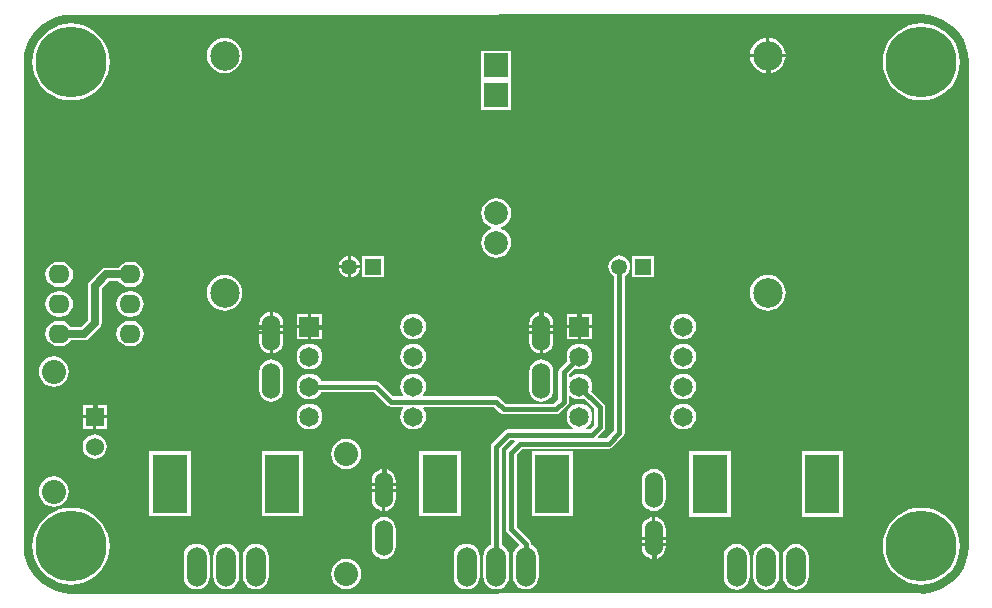
<source format=gtl>
G04 Layer_Physical_Order=1*
G04 Layer_Color=25308*
%FSAX43Y43*%
%MOMM*%
G71*
G01*
G75*
%ADD10C,0.381*%
%ADD11C,0.635*%
%ADD12C,2.000*%
%ADD13R,2.000X2.000*%
%ADD14C,1.350*%
%ADD15R,1.350X1.350*%
%ADD16C,6.000*%
%ADD17O,1.524X3.048*%
%ADD18C,1.524*%
%ADD19C,1.651*%
%ADD20R,1.651X1.651*%
%ADD21C,2.032*%
%ADD22C,2.500*%
%ADD23R,1.524X1.524*%
%ADD24R,3.000X5.000*%
%ADD25O,1.676X3.353*%
%ADD26R,2.000X2.000*%
%ADD27O,1.800X1.600*%
G36*
X0219313Y0251064D02*
X0219925Y0250917D01*
X0220507Y0250676D01*
X0221043Y0250347D01*
X0221522Y0249938D01*
X0221931Y0249459D01*
X0222260Y0248923D01*
X0222501Y0248341D01*
X0222648Y0247729D01*
X0222696Y0247113D01*
X0222685Y0247101D01*
X0222685D01*
Y0206101D01*
X0222685D01*
X0222696Y0206089D01*
X0222648Y0205473D01*
X0222501Y0204861D01*
X0222260Y0204279D01*
X0221931Y0203743D01*
X0221522Y0203264D01*
X0221043Y0202855D01*
X0220507Y0202526D01*
X0219925Y0202285D01*
X0219313Y0202138D01*
X0218697Y0202090D01*
X0218685Y0202101D01*
Y0202101D01*
X0146685Y0202089D01*
X0146057Y0202138D01*
X0145445Y0202285D01*
X0144863Y0202526D01*
X0144327Y0202855D01*
X0143848Y0203264D01*
X0143439Y0203743D01*
X0143110Y0204279D01*
X0142869Y0204861D01*
X0142722Y0205473D01*
X0142683Y0205975D01*
X0142685Y0206101D01*
X0142685Y0206101D01*
X0142685Y0206228D01*
X0142673Y0247101D01*
X0142722Y0247729D01*
X0142869Y0248341D01*
X0143110Y0248923D01*
X0143439Y0249459D01*
X0143848Y0249938D01*
X0144327Y0250347D01*
X0144863Y0250676D01*
X0145445Y0250917D01*
X0146057Y0251064D01*
X0146673Y0251112D01*
X0146685Y0251101D01*
Y0251101D01*
X0218685Y0251113D01*
X0219313Y0251064D01*
D02*
G37*
%LPC*%
G36*
X0173287Y0212623D02*
Y0211488D01*
X0174185D01*
Y0211615D01*
X0174150Y0211880D01*
X0174047Y0212127D01*
X0173885Y0212339D01*
X0173672Y0212502D01*
X0173425Y0212605D01*
X0173287Y0212623D01*
D02*
G37*
G36*
X0173033D02*
X0172895Y0212605D01*
X0172648Y0212502D01*
X0172435Y0212339D01*
X0172273Y0212127D01*
X0172170Y0211880D01*
X0172135Y0211615D01*
Y0211488D01*
X0173033D01*
Y0212623D01*
D02*
G37*
G36*
X0169985Y0215182D02*
X0169653Y0215138D01*
X0169345Y0215010D01*
X0169079Y0214807D01*
X0168876Y0214541D01*
X0168748Y0214233D01*
X0168704Y0213901D01*
X0168748Y0213569D01*
X0168876Y0213261D01*
X0169079Y0212995D01*
X0169345Y0212792D01*
X0169653Y0212664D01*
X0169985Y0212620D01*
X0170317Y0212664D01*
X0170625Y0212792D01*
X0170891Y0212995D01*
X0171094Y0213261D01*
X0171222Y0213569D01*
X0171266Y0213901D01*
X0171222Y0214233D01*
X0171094Y0214541D01*
X0170891Y0214807D01*
X0170625Y0215010D01*
X0170317Y0215138D01*
X0169985Y0215182D01*
D02*
G37*
G36*
X0166874Y0218165D02*
X0166592Y0218128D01*
X0166329Y0218019D01*
X0166104Y0217846D01*
X0165931Y0217620D01*
X0165822Y0217358D01*
X0165785Y0217076D01*
X0165822Y0216794D01*
X0165931Y0216532D01*
X0166104Y0216306D01*
X0166329Y0216133D01*
X0166592Y0216024D01*
X0166874Y0215987D01*
X0167155Y0216024D01*
X0167418Y0216133D01*
X0167643Y0216306D01*
X0167816Y0216532D01*
X0167925Y0216794D01*
X0167962Y0217076D01*
X0167925Y0217358D01*
X0167816Y0217620D01*
X0167643Y0217846D01*
X0167418Y0218019D01*
X0167155Y0218128D01*
X0166874Y0218165D01*
D02*
G37*
G36*
X0148685Y0215561D02*
X0148420Y0215526D01*
X0148173Y0215423D01*
X0147960Y0215261D01*
X0147798Y0215048D01*
X0147695Y0214801D01*
X0147660Y0214536D01*
X0147695Y0214271D01*
X0147798Y0214024D01*
X0147960Y0213811D01*
X0148173Y0213649D01*
X0148420Y0213546D01*
X0148685Y0213511D01*
X0148950Y0213546D01*
X0149197Y0213649D01*
X0149410Y0213811D01*
X0149572Y0214024D01*
X0149675Y0214271D01*
X0149710Y0214536D01*
X0149675Y0214801D01*
X0149572Y0215048D01*
X0149410Y0215261D01*
X0149197Y0215423D01*
X0148950Y0215526D01*
X0148685Y0215561D01*
D02*
G37*
G36*
X0174185Y0211234D02*
X0173287D01*
Y0210980D01*
X0174185D01*
Y0211234D01*
D02*
G37*
G36*
X0173033Y0210726D02*
X0172135D01*
Y0210091D01*
X0172170Y0209826D01*
X0172273Y0209578D01*
X0172435Y0209366D01*
X0172648Y0209203D01*
X0172895Y0209101D01*
X0173033Y0209083D01*
Y0210726D01*
D02*
G37*
G36*
X0196020Y0212640D02*
X0195755Y0212605D01*
X0195508Y0212503D01*
X0195295Y0212340D01*
X0195133Y0212128D01*
X0195030Y0211880D01*
X0194995Y0211615D01*
Y0210091D01*
X0195030Y0209826D01*
X0195133Y0209579D01*
X0195295Y0209367D01*
X0195508Y0209204D01*
X0195755Y0209101D01*
X0196020Y0209066D01*
X0196285Y0209101D01*
X0196532Y0209204D01*
X0196745Y0209367D01*
X0196907Y0209579D01*
X0197010Y0209826D01*
X0197045Y0210091D01*
Y0211615D01*
X0197010Y0211880D01*
X0196907Y0212128D01*
X0196745Y0212340D01*
X0196532Y0212503D01*
X0196285Y0212605D01*
X0196020Y0212640D01*
D02*
G37*
G36*
X0174185Y0210726D02*
X0173287D01*
Y0209083D01*
X0173425Y0209101D01*
X0173672Y0209203D01*
X0173885Y0209366D01*
X0174047Y0209578D01*
X0174150Y0209826D01*
X0174185Y0210091D01*
Y0210726D01*
D02*
G37*
G36*
X0173033Y0211234D02*
X0172135D01*
Y0210980D01*
X0173033D01*
Y0211234D01*
D02*
G37*
G36*
X0145220Y0212007D02*
X0144888Y0211963D01*
X0144580Y0211835D01*
X0144314Y0211632D01*
X0144111Y0211366D01*
X0143983Y0211058D01*
X0143939Y0210726D01*
X0143983Y0210394D01*
X0144111Y0210086D01*
X0144314Y0209820D01*
X0144580Y0209617D01*
X0144888Y0209489D01*
X0145220Y0209445D01*
X0145552Y0209489D01*
X0145860Y0209617D01*
X0146126Y0209820D01*
X0146329Y0210086D01*
X0146457Y0210394D01*
X0146501Y0210726D01*
X0146457Y0211058D01*
X0146329Y0211366D01*
X0146126Y0211632D01*
X0145860Y0211835D01*
X0145552Y0211963D01*
X0145220Y0212007D01*
D02*
G37*
G36*
X0198509Y0220705D02*
X0198227Y0220668D01*
X0197965Y0220559D01*
X0197739Y0220386D01*
X0197566Y0220160D01*
X0197457Y0219898D01*
X0197420Y0219616D01*
X0197457Y0219334D01*
X0197566Y0219072D01*
X0197739Y0218846D01*
X0197965Y0218673D01*
X0198227Y0218564D01*
X0198509Y0218527D01*
X0198791Y0218564D01*
X0199054Y0218673D01*
X0199279Y0218846D01*
X0199452Y0219072D01*
X0199561Y0219334D01*
X0199598Y0219616D01*
X0199561Y0219898D01*
X0199452Y0220160D01*
X0199279Y0220386D01*
X0199054Y0220559D01*
X0198791Y0220668D01*
X0198509Y0220705D01*
D02*
G37*
G36*
X0186495Y0221911D02*
X0186230Y0221876D01*
X0185983Y0221773D01*
X0185770Y0221610D01*
X0185608Y0221398D01*
X0185505Y0221151D01*
X0185470Y0220886D01*
Y0219362D01*
X0185505Y0219097D01*
X0185608Y0218849D01*
X0185770Y0218637D01*
X0185983Y0218474D01*
X0186230Y0218372D01*
X0186495Y0218337D01*
X0186760Y0218372D01*
X0187007Y0218474D01*
X0187220Y0218637D01*
X0187382Y0218849D01*
X0187485Y0219097D01*
X0187520Y0219362D01*
Y0220886D01*
X0187485Y0221151D01*
X0187382Y0221398D01*
X0187220Y0221610D01*
X0187007Y0221773D01*
X0186760Y0221876D01*
X0186495Y0221911D01*
D02*
G37*
G36*
X0145220Y0222167D02*
X0144888Y0222123D01*
X0144580Y0221995D01*
X0144314Y0221792D01*
X0144111Y0221526D01*
X0143983Y0221218D01*
X0143939Y0220886D01*
X0143983Y0220554D01*
X0144111Y0220246D01*
X0144314Y0219980D01*
X0144580Y0219777D01*
X0144888Y0219649D01*
X0145220Y0219605D01*
X0145552Y0219649D01*
X0145860Y0219777D01*
X0146126Y0219980D01*
X0146329Y0220246D01*
X0146457Y0220554D01*
X0146501Y0220886D01*
X0146457Y0221218D01*
X0146329Y0221526D01*
X0146126Y0221792D01*
X0145860Y0221995D01*
X0145552Y0222123D01*
X0145220Y0222167D01*
D02*
G37*
G36*
X0175649Y0223245D02*
X0175367Y0223208D01*
X0175105Y0223099D01*
X0174879Y0222926D01*
X0174706Y0222700D01*
X0174597Y0222438D01*
X0174560Y0222156D01*
X0174597Y0221874D01*
X0174706Y0221612D01*
X0174879Y0221386D01*
X0175105Y0221213D01*
X0175367Y0221104D01*
X0175649Y0221067D01*
X0175931Y0221104D01*
X0176194Y0221213D01*
X0176419Y0221386D01*
X0176592Y0221612D01*
X0176701Y0221874D01*
X0176738Y0222156D01*
X0176701Y0222438D01*
X0176592Y0222700D01*
X0176419Y0222926D01*
X0176194Y0223099D01*
X0175931Y0223208D01*
X0175649Y0223245D01*
D02*
G37*
G36*
X0166874D02*
X0166592Y0223208D01*
X0166329Y0223099D01*
X0166104Y0222926D01*
X0165931Y0222700D01*
X0165822Y0222438D01*
X0165785Y0222156D01*
X0165822Y0221874D01*
X0165931Y0221612D01*
X0166104Y0221386D01*
X0166329Y0221213D01*
X0166592Y0221104D01*
X0166874Y0221067D01*
X0167155Y0221104D01*
X0167418Y0221213D01*
X0167643Y0221386D01*
X0167816Y0221612D01*
X0167925Y0221874D01*
X0167962Y0222156D01*
X0167925Y0222438D01*
X0167816Y0222700D01*
X0167643Y0222926D01*
X0167418Y0223099D01*
X0167155Y0223208D01*
X0166874Y0223245D01*
D02*
G37*
G36*
X0163635Y0221911D02*
X0163370Y0221876D01*
X0163123Y0221773D01*
X0162910Y0221610D01*
X0162748Y0221398D01*
X0162645Y0221151D01*
X0162610Y0220886D01*
Y0219362D01*
X0162645Y0219097D01*
X0162748Y0218849D01*
X0162910Y0218637D01*
X0163123Y0218474D01*
X0163370Y0218372D01*
X0163635Y0218337D01*
X0163900Y0218372D01*
X0164147Y0218474D01*
X0164360Y0218637D01*
X0164522Y0218849D01*
X0164625Y0219097D01*
X0164660Y0219362D01*
Y0220886D01*
X0164625Y0221151D01*
X0164522Y0221398D01*
X0164360Y0221610D01*
X0164147Y0221773D01*
X0163900Y0221876D01*
X0163635Y0221911D01*
D02*
G37*
G36*
X0148558Y0216949D02*
X0147669D01*
Y0216060D01*
X0148558D01*
Y0216949D01*
D02*
G37*
G36*
X0198509Y0218165D02*
X0198227Y0218128D01*
X0197965Y0218019D01*
X0197739Y0217846D01*
X0197566Y0217620D01*
X0197457Y0217358D01*
X0197420Y0217076D01*
X0197457Y0216794D01*
X0197566Y0216532D01*
X0197739Y0216306D01*
X0197965Y0216133D01*
X0198227Y0216024D01*
X0198509Y0215987D01*
X0198791Y0216024D01*
X0199054Y0216133D01*
X0199279Y0216306D01*
X0199452Y0216532D01*
X0199561Y0216794D01*
X0199598Y0217076D01*
X0199561Y0217358D01*
X0199452Y0217620D01*
X0199279Y0217846D01*
X0199054Y0218019D01*
X0198791Y0218128D01*
X0198509Y0218165D01*
D02*
G37*
G36*
X0149701Y0216949D02*
X0148812D01*
Y0216060D01*
X0149701D01*
Y0216949D01*
D02*
G37*
G36*
Y0218092D02*
X0148812D01*
Y0217203D01*
X0149701D01*
Y0218092D01*
D02*
G37*
G36*
X0148558D02*
X0147669D01*
Y0217203D01*
X0148558D01*
Y0218092D01*
D02*
G37*
G36*
X0189189Y0214130D02*
X0185681D01*
Y0208622D01*
X0189189D01*
Y0214130D01*
D02*
G37*
G36*
X0169985Y0205022D02*
X0169653Y0204978D01*
X0169345Y0204850D01*
X0169079Y0204647D01*
X0168876Y0204381D01*
X0168748Y0204073D01*
X0168704Y0203741D01*
X0168748Y0203409D01*
X0168876Y0203101D01*
X0169079Y0202835D01*
X0169345Y0202632D01*
X0169653Y0202504D01*
X0169985Y0202460D01*
X0170317Y0202504D01*
X0170625Y0202632D01*
X0170891Y0202835D01*
X0171094Y0203101D01*
X0171222Y0203409D01*
X0171266Y0203741D01*
X0171222Y0204073D01*
X0171094Y0204381D01*
X0170891Y0204647D01*
X0170625Y0204850D01*
X0170317Y0204978D01*
X0169985Y0205022D01*
D02*
G37*
G36*
X0180185Y0206316D02*
X0179900Y0206278D01*
X0179634Y0206168D01*
X0179406Y0205993D01*
X0179231Y0205765D01*
X0179121Y0205499D01*
X0179083Y0205214D01*
Y0203538D01*
X0179121Y0203253D01*
X0179231Y0202987D01*
X0179406Y0202759D01*
X0179634Y0202584D01*
X0179900Y0202474D01*
X0180185Y0202436D01*
X0180470Y0202474D01*
X0180736Y0202584D01*
X0180964Y0202759D01*
X0181139Y0202987D01*
X0181249Y0203253D01*
X0181287Y0203538D01*
Y0205214D01*
X0181249Y0205499D01*
X0181139Y0205765D01*
X0180964Y0205993D01*
X0180736Y0206168D01*
X0180470Y0206278D01*
X0180185Y0206316D01*
D02*
G37*
G36*
X0146685Y0209365D02*
X0146174Y0209325D01*
X0145676Y0209205D01*
X0145203Y0209009D01*
X0144766Y0208742D01*
X0144377Y0208409D01*
X0144044Y0208020D01*
X0143777Y0207583D01*
X0143581Y0207110D01*
X0143461Y0206612D01*
X0143421Y0206101D01*
X0143461Y0205590D01*
X0143581Y0205092D01*
X0143777Y0204619D01*
X0144044Y0204182D01*
X0144377Y0203793D01*
X0144766Y0203460D01*
X0145203Y0203193D01*
X0145676Y0202997D01*
X0146174Y0202877D01*
X0146685Y0202837D01*
X0147196Y0202877D01*
X0147694Y0202997D01*
X0148167Y0203193D01*
X0148604Y0203460D01*
X0148993Y0203793D01*
X0149326Y0204182D01*
X0149593Y0204619D01*
X0149789Y0205092D01*
X0149909Y0205590D01*
X0149949Y0206101D01*
X0149909Y0206612D01*
X0149789Y0207110D01*
X0149593Y0207583D01*
X0149326Y0208020D01*
X0148993Y0208409D01*
X0148604Y0208742D01*
X0148167Y0209009D01*
X0147694Y0209205D01*
X0147196Y0209325D01*
X0146685Y0209365D01*
D02*
G37*
G36*
X0173160Y0208576D02*
X0172895Y0208541D01*
X0172648Y0208438D01*
X0172435Y0208275D01*
X0172273Y0208063D01*
X0172170Y0207816D01*
X0172135Y0207551D01*
Y0206027D01*
X0172170Y0205762D01*
X0172273Y0205514D01*
X0172435Y0205302D01*
X0172648Y0205139D01*
X0172895Y0205037D01*
X0173160Y0205002D01*
X0173425Y0205037D01*
X0173672Y0205139D01*
X0173885Y0205302D01*
X0174047Y0205514D01*
X0174150Y0205762D01*
X0174185Y0206027D01*
Y0207551D01*
X0174150Y0207816D01*
X0174047Y0208063D01*
X0173885Y0208275D01*
X0173672Y0208438D01*
X0173425Y0208541D01*
X0173160Y0208576D01*
D02*
G37*
G36*
X0218685Y0209365D02*
X0218174Y0209325D01*
X0217676Y0209205D01*
X0217203Y0209009D01*
X0216766Y0208742D01*
X0216377Y0208409D01*
X0216044Y0208020D01*
X0215777Y0207583D01*
X0215581Y0207110D01*
X0215461Y0206612D01*
X0215421Y0206101D01*
X0215461Y0205590D01*
X0215581Y0205092D01*
X0215777Y0204619D01*
X0216044Y0204182D01*
X0216377Y0203793D01*
X0216766Y0203460D01*
X0217203Y0203193D01*
X0217676Y0202997D01*
X0218174Y0202877D01*
X0218685Y0202837D01*
X0219196Y0202877D01*
X0219694Y0202997D01*
X0220167Y0203193D01*
X0220604Y0203460D01*
X0220993Y0203793D01*
X0221326Y0204182D01*
X0221593Y0204619D01*
X0221789Y0205092D01*
X0221909Y0205590D01*
X0221949Y0206101D01*
X0221909Y0206612D01*
X0221789Y0207110D01*
X0221593Y0207583D01*
X0221326Y0208020D01*
X0220993Y0208409D01*
X0220604Y0208742D01*
X0220167Y0209009D01*
X0219694Y0209205D01*
X0219196Y0209325D01*
X0218685Y0209365D01*
D02*
G37*
G36*
X0162340Y0206316D02*
X0162054Y0206278D01*
X0161789Y0206168D01*
X0161561Y0205993D01*
X0161386Y0205765D01*
X0161276Y0205499D01*
X0161238Y0205214D01*
Y0203538D01*
X0161276Y0203253D01*
X0161386Y0202987D01*
X0161561Y0202759D01*
X0161789Y0202584D01*
X0162054Y0202474D01*
X0162340Y0202436D01*
X0162625Y0202474D01*
X0162890Y0202584D01*
X0163119Y0202759D01*
X0163294Y0202987D01*
X0163404Y0203253D01*
X0163441Y0203538D01*
Y0205214D01*
X0163404Y0205499D01*
X0163294Y0205765D01*
X0163119Y0205993D01*
X0162890Y0206168D01*
X0162625Y0206278D01*
X0162340Y0206316D01*
D02*
G37*
G36*
X0205545Y0206301D02*
X0205260Y0206263D01*
X0204994Y0206153D01*
X0204766Y0205978D01*
X0204591Y0205750D01*
X0204481Y0205484D01*
X0204443Y0205199D01*
Y0203523D01*
X0204481Y0203238D01*
X0204591Y0202972D01*
X0204766Y0202744D01*
X0204994Y0202569D01*
X0205260Y0202459D01*
X0205545Y0202421D01*
X0205830Y0202459D01*
X0206096Y0202569D01*
X0206324Y0202744D01*
X0206499Y0202972D01*
X0206609Y0203238D01*
X0206647Y0203523D01*
Y0205199D01*
X0206609Y0205484D01*
X0206499Y0205750D01*
X0206324Y0205978D01*
X0206096Y0206153D01*
X0205830Y0206263D01*
X0205545Y0206301D01*
D02*
G37*
G36*
X0203045D02*
X0202760Y0206263D01*
X0202494Y0206153D01*
X0202266Y0205978D01*
X0202091Y0205750D01*
X0201981Y0205484D01*
X0201943Y0205199D01*
Y0203523D01*
X0201981Y0203238D01*
X0202091Y0202972D01*
X0202266Y0202744D01*
X0202494Y0202569D01*
X0202760Y0202459D01*
X0203045Y0202421D01*
X0203330Y0202459D01*
X0203596Y0202569D01*
X0203824Y0202744D01*
X0203999Y0202972D01*
X0204109Y0203238D01*
X0204147Y0203523D01*
Y0205199D01*
X0204109Y0205484D01*
X0203999Y0205750D01*
X0203824Y0205978D01*
X0203596Y0206153D01*
X0203330Y0206263D01*
X0203045Y0206301D01*
D02*
G37*
G36*
X0208060D02*
X0207774Y0206263D01*
X0207509Y0206153D01*
X0207281Y0205978D01*
X0207106Y0205750D01*
X0206996Y0205484D01*
X0206958Y0205199D01*
Y0203523D01*
X0206996Y0203238D01*
X0207106Y0202972D01*
X0207281Y0202744D01*
X0207509Y0202569D01*
X0207774Y0202459D01*
X0208060Y0202421D01*
X0208345Y0202459D01*
X0208610Y0202569D01*
X0208839Y0202744D01*
X0209014Y0202972D01*
X0209124Y0203238D01*
X0209161Y0203523D01*
Y0205199D01*
X0209124Y0205484D01*
X0209014Y0205750D01*
X0208839Y0205978D01*
X0208610Y0206153D01*
X0208345Y0206263D01*
X0208060Y0206301D01*
D02*
G37*
G36*
X0159825Y0206316D02*
X0159540Y0206278D01*
X0159274Y0206168D01*
X0159046Y0205993D01*
X0158871Y0205765D01*
X0158761Y0205499D01*
X0158723Y0205214D01*
Y0203538D01*
X0158761Y0203253D01*
X0158871Y0202987D01*
X0159046Y0202759D01*
X0159274Y0202584D01*
X0159540Y0202474D01*
X0159825Y0202436D01*
X0160110Y0202474D01*
X0160376Y0202584D01*
X0160604Y0202759D01*
X0160779Y0202987D01*
X0160889Y0203253D01*
X0160927Y0203538D01*
Y0205214D01*
X0160889Y0205499D01*
X0160779Y0205765D01*
X0160604Y0205993D01*
X0160376Y0206168D01*
X0160110Y0206278D01*
X0159825Y0206316D01*
D02*
G37*
G36*
X0157325D02*
X0157040Y0206278D01*
X0156774Y0206168D01*
X0156546Y0205993D01*
X0156371Y0205765D01*
X0156261Y0205499D01*
X0156223Y0205214D01*
Y0203538D01*
X0156261Y0203253D01*
X0156371Y0202987D01*
X0156546Y0202759D01*
X0156774Y0202584D01*
X0157040Y0202474D01*
X0157325Y0202436D01*
X0157610Y0202474D01*
X0157876Y0202584D01*
X0158104Y0202759D01*
X0158279Y0202987D01*
X0158389Y0203253D01*
X0158427Y0203538D01*
Y0205214D01*
X0158389Y0205499D01*
X0158279Y0205765D01*
X0158104Y0205993D01*
X0157876Y0206168D01*
X0157610Y0206278D01*
X0157325Y0206316D01*
D02*
G37*
G36*
X0212049Y0214115D02*
X0208541D01*
Y0208607D01*
X0212049D01*
Y0214115D01*
D02*
G37*
G36*
X0202549D02*
X0199041D01*
Y0208607D01*
X0202549D01*
Y0214115D01*
D02*
G37*
G36*
X0156829Y0214130D02*
X0153321D01*
Y0208622D01*
X0156829D01*
Y0214130D01*
D02*
G37*
G36*
X0179689D02*
X0176181D01*
Y0208622D01*
X0179689D01*
Y0214130D01*
D02*
G37*
G36*
X0166329D02*
X0162821D01*
Y0208622D01*
X0166329D01*
Y0214130D01*
D02*
G37*
G36*
X0196147Y0208559D02*
Y0206916D01*
X0197045D01*
Y0207551D01*
X0197010Y0207816D01*
X0196907Y0208064D01*
X0196745Y0208276D01*
X0196532Y0208439D01*
X0196285Y0208541D01*
X0196147Y0208559D01*
D02*
G37*
G36*
X0197045Y0206154D02*
X0196147D01*
Y0205019D01*
X0196285Y0205037D01*
X0196532Y0205140D01*
X0196745Y0205303D01*
X0196907Y0205515D01*
X0197010Y0205762D01*
X0197045Y0206027D01*
Y0206154D01*
D02*
G37*
G36*
X0195893D02*
X0194995D01*
Y0206027D01*
X0195030Y0205762D01*
X0195133Y0205515D01*
X0195295Y0205303D01*
X0195508Y0205140D01*
X0195755Y0205037D01*
X0195893Y0205019D01*
Y0206154D01*
D02*
G37*
G36*
Y0206662D02*
X0194995D01*
Y0206408D01*
X0195893D01*
Y0206662D01*
D02*
G37*
G36*
Y0208559D02*
X0195755Y0208541D01*
X0195508Y0208439D01*
X0195295Y0208276D01*
X0195133Y0208064D01*
X0195030Y0207816D01*
X0194995Y0207551D01*
Y0206916D01*
X0195893D01*
Y0208559D01*
D02*
G37*
G36*
X0197045Y0206662D02*
X0196147D01*
Y0206408D01*
X0197045D01*
Y0206662D01*
D02*
G37*
G36*
X0193115Y0230713D02*
X0192872Y0230681D01*
X0192646Y0230587D01*
X0192452Y0230439D01*
X0192304Y0230245D01*
X0192210Y0230019D01*
X0192178Y0229776D01*
X0192210Y0229533D01*
X0192304Y0229307D01*
X0192452Y0229113D01*
X0192646Y0228965D01*
X0192662Y0228958D01*
Y0215883D01*
X0192022Y0215243D01*
X0191311D01*
X0191262Y0215361D01*
X0191768Y0215867D01*
X0191768Y0215867D01*
X0191867Y0216014D01*
X0191901Y0216187D01*
Y0217902D01*
X0191867Y0218075D01*
X0191768Y0218222D01*
X0190747Y0219243D01*
X0190785Y0219334D01*
X0190822Y0219616D01*
X0190785Y0219898D01*
X0190676Y0220160D01*
X0190503Y0220386D01*
X0190278Y0220559D01*
X0190015Y0220668D01*
X0189734Y0220705D01*
X0189452Y0220668D01*
X0189189Y0220559D01*
X0188980Y0220399D01*
X0188853Y0220429D01*
Y0220635D01*
X0189361Y0221142D01*
X0189452Y0221104D01*
X0189734Y0221067D01*
X0190015Y0221104D01*
X0190278Y0221213D01*
X0190503Y0221386D01*
X0190676Y0221612D01*
X0190785Y0221874D01*
X0190822Y0222156D01*
X0190785Y0222438D01*
X0190676Y0222700D01*
X0190503Y0222926D01*
X0190278Y0223099D01*
X0190015Y0223208D01*
X0189734Y0223245D01*
X0189452Y0223208D01*
X0189189Y0223099D01*
X0188964Y0222926D01*
X0188791Y0222700D01*
X0188682Y0222438D01*
X0188645Y0222156D01*
X0188682Y0221874D01*
X0188720Y0221783D01*
X0188080Y0221143D01*
X0187981Y0220996D01*
X0187947Y0220822D01*
Y0218534D01*
X0187577Y0218164D01*
X0183508D01*
X0183005Y0218666D01*
X0182858Y0218765D01*
X0182685Y0218799D01*
X0176543D01*
X0176481Y0218926D01*
X0176592Y0219072D01*
X0176701Y0219334D01*
X0176738Y0219616D01*
X0176701Y0219898D01*
X0176592Y0220160D01*
X0176419Y0220386D01*
X0176194Y0220559D01*
X0175931Y0220668D01*
X0175649Y0220705D01*
X0175367Y0220668D01*
X0175105Y0220559D01*
X0174879Y0220386D01*
X0174706Y0220160D01*
X0174597Y0219898D01*
X0174560Y0219616D01*
X0174597Y0219334D01*
X0174706Y0219072D01*
X0174818Y0218926D01*
X0174755Y0218799D01*
X0173983D01*
X0172845Y0219936D01*
X0172698Y0220035D01*
X0172525Y0220069D01*
X0167854D01*
X0167816Y0220160D01*
X0167643Y0220386D01*
X0167418Y0220559D01*
X0167155Y0220668D01*
X0166874Y0220705D01*
X0166592Y0220668D01*
X0166329Y0220559D01*
X0166104Y0220386D01*
X0165931Y0220160D01*
X0165822Y0219898D01*
X0165785Y0219616D01*
X0165822Y0219334D01*
X0165931Y0219072D01*
X0166104Y0218846D01*
X0166329Y0218673D01*
X0166592Y0218564D01*
X0166874Y0218527D01*
X0167155Y0218564D01*
X0167418Y0218673D01*
X0167643Y0218846D01*
X0167816Y0219072D01*
X0167854Y0219163D01*
X0172337D01*
X0173475Y0218026D01*
X0173475Y0218026D01*
X0173548Y0217976D01*
X0173622Y0217927D01*
X0173795Y0217893D01*
X0173795Y0217893D01*
X0174755D01*
X0174818Y0217766D01*
X0174706Y0217620D01*
X0174597Y0217358D01*
X0174560Y0217076D01*
X0174597Y0216794D01*
X0174706Y0216532D01*
X0174879Y0216306D01*
X0175105Y0216133D01*
X0175367Y0216024D01*
X0175649Y0215987D01*
X0175931Y0216024D01*
X0176194Y0216133D01*
X0176419Y0216306D01*
X0176592Y0216532D01*
X0176701Y0216794D01*
X0176738Y0217076D01*
X0176701Y0217358D01*
X0176592Y0217620D01*
X0176481Y0217766D01*
X0176543Y0217893D01*
X0182497D01*
X0183000Y0217391D01*
X0183000Y0217391D01*
X0183147Y0217292D01*
X0183320Y0217258D01*
X0187765D01*
X0187938Y0217292D01*
X0188085Y0217391D01*
X0188720Y0218026D01*
X0188720Y0218026D01*
X0188819Y0218173D01*
X0188853Y0218346D01*
Y0218803D01*
X0188980Y0218833D01*
X0189189Y0218673D01*
X0189452Y0218564D01*
X0189734Y0218527D01*
X0190015Y0218564D01*
X0190107Y0218602D01*
X0190995Y0217714D01*
Y0216375D01*
X0190625Y0216005D01*
X0190301D01*
X0190276Y0216132D01*
X0190278Y0216133D01*
X0190503Y0216306D01*
X0190676Y0216532D01*
X0190785Y0216794D01*
X0190822Y0217076D01*
X0190785Y0217358D01*
X0190676Y0217620D01*
X0190503Y0217846D01*
X0190278Y0218019D01*
X0190015Y0218128D01*
X0189734Y0218165D01*
X0189452Y0218128D01*
X0189189Y0218019D01*
X0188964Y0217846D01*
X0188791Y0217620D01*
X0188682Y0217358D01*
X0188645Y0217076D01*
X0188682Y0216794D01*
X0188791Y0216532D01*
X0188964Y0216306D01*
X0189189Y0216133D01*
X0189191Y0216132D01*
X0189166Y0216005D01*
X0183701D01*
X0183528Y0215971D01*
X0183381Y0215872D01*
X0183381Y0215872D01*
X0182365Y0214856D01*
X0182266Y0214709D01*
X0182232Y0214536D01*
Y0206209D01*
X0182134Y0206168D01*
X0181906Y0205993D01*
X0181731Y0205765D01*
X0181621Y0205499D01*
X0181583Y0205214D01*
Y0203538D01*
X0181621Y0203253D01*
X0181731Y0202987D01*
X0181906Y0202759D01*
X0182134Y0202584D01*
X0182400Y0202474D01*
X0182685Y0202436D01*
X0182970Y0202474D01*
X0183236Y0202584D01*
X0183464Y0202759D01*
X0183639Y0202987D01*
X0183749Y0203253D01*
X0183787Y0203538D01*
Y0205214D01*
X0183749Y0205499D01*
X0183639Y0205765D01*
X0183464Y0205993D01*
X0183236Y0206168D01*
X0183138Y0206209D01*
Y0214348D01*
X0183889Y0215099D01*
X0184219D01*
X0184268Y0214981D01*
X0183635Y0214348D01*
X0183536Y0214201D01*
X0183502Y0214028D01*
Y0207551D01*
X0183536Y0207378D01*
X0183635Y0207231D01*
X0184591Y0206274D01*
X0184574Y0206111D01*
X0184421Y0205993D01*
X0184246Y0205765D01*
X0184136Y0205499D01*
X0184098Y0205214D01*
Y0203538D01*
X0184136Y0203253D01*
X0184246Y0202987D01*
X0184421Y0202759D01*
X0184649Y0202584D01*
X0184914Y0202474D01*
X0185200Y0202436D01*
X0185485Y0202474D01*
X0185750Y0202584D01*
X0185979Y0202759D01*
X0186154Y0202987D01*
X0186264Y0203253D01*
X0186301Y0203538D01*
Y0205214D01*
X0186264Y0205499D01*
X0186154Y0205765D01*
X0185979Y0205993D01*
X0185750Y0206168D01*
X0185653Y0206209D01*
Y0206306D01*
X0185653Y0206306D01*
X0185618Y0206480D01*
X0185569Y0206553D01*
X0185520Y0206627D01*
X0185520Y0206627D01*
X0184408Y0207739D01*
Y0213840D01*
X0184905Y0214337D01*
X0192210D01*
X0192383Y0214371D01*
X0192530Y0214470D01*
X0193435Y0215375D01*
X0193534Y0215522D01*
X0193568Y0215695D01*
X0193568Y0215695D01*
Y0228958D01*
X0193584Y0228965D01*
X0193778Y0229113D01*
X0193926Y0229307D01*
X0194020Y0229533D01*
X0194052Y0229776D01*
X0194020Y0230019D01*
X0193926Y0230245D01*
X0193778Y0230439D01*
X0193584Y0230587D01*
X0193358Y0230681D01*
X0193115Y0230713D01*
D02*
G37*
G36*
X0173184Y0230705D02*
X0171326D01*
Y0228847D01*
X0173184D01*
Y0230705D01*
D02*
G37*
G36*
X0151785Y0230164D02*
X0151585D01*
X0151310Y0230128D01*
X0151053Y0230022D01*
X0150833Y0229853D01*
X0150704Y0229684D01*
X0149625D01*
X0149402Y0229639D01*
X0149213Y0229513D01*
X0148273Y0228573D01*
X0148147Y0228384D01*
X0148102Y0228161D01*
Y0225227D01*
X0147559Y0224684D01*
X0146666D01*
X0146537Y0224853D01*
X0146317Y0225022D01*
X0146060Y0225128D01*
X0145785Y0225164D01*
X0145585D01*
X0145310Y0225128D01*
X0145053Y0225022D01*
X0144833Y0224853D01*
X0144664Y0224633D01*
X0144558Y0224376D01*
X0144522Y0224101D01*
X0144558Y0223826D01*
X0144664Y0223569D01*
X0144833Y0223349D01*
X0145053Y0223180D01*
X0145310Y0223074D01*
X0145585Y0223038D01*
X0145785D01*
X0146060Y0223074D01*
X0146317Y0223180D01*
X0146537Y0223349D01*
X0146666Y0223518D01*
X0147800D01*
X0148023Y0223563D01*
X0148212Y0223689D01*
X0149097Y0224574D01*
X0149223Y0224763D01*
X0149268Y0224986D01*
Y0227920D01*
X0149866Y0228518D01*
X0150704D01*
X0150833Y0228349D01*
X0151053Y0228180D01*
X0151310Y0228074D01*
X0151585Y0228038D01*
X0151785D01*
X0152060Y0228074D01*
X0152317Y0228180D01*
X0152537Y0228349D01*
X0152706Y0228569D01*
X0152812Y0228826D01*
X0152848Y0229101D01*
X0152812Y0229376D01*
X0152706Y0229633D01*
X0152537Y0229853D01*
X0152317Y0230022D01*
X0152060Y0230128D01*
X0151785Y0230164D01*
D02*
G37*
G36*
X0196044Y0230705D02*
X0194186D01*
Y0228847D01*
X0196044D01*
Y0230705D01*
D02*
G37*
G36*
X0171175Y0229649D02*
X0170382D01*
Y0228856D01*
X0170498Y0228871D01*
X0170724Y0228965D01*
X0170918Y0229113D01*
X0171066Y0229307D01*
X0171160Y0229533D01*
X0171175Y0229649D01*
D02*
G37*
G36*
X0170128D02*
X0169335D01*
X0169350Y0229533D01*
X0169444Y0229307D01*
X0169592Y0229113D01*
X0169786Y0228965D01*
X0170012Y0228871D01*
X0170128Y0228856D01*
Y0229649D01*
D02*
G37*
G36*
X0145785Y0230164D02*
X0145585D01*
X0145310Y0230128D01*
X0145053Y0230022D01*
X0144833Y0229853D01*
X0144664Y0229633D01*
X0144558Y0229376D01*
X0144522Y0229101D01*
X0144558Y0228826D01*
X0144664Y0228569D01*
X0144833Y0228349D01*
X0145053Y0228180D01*
X0145310Y0228074D01*
X0145585Y0228038D01*
X0145785D01*
X0146060Y0228074D01*
X0146317Y0228180D01*
X0146537Y0228349D01*
X0146706Y0228569D01*
X0146812Y0228826D01*
X0146848Y0229101D01*
X0146812Y0229376D01*
X0146706Y0229633D01*
X0146537Y0229853D01*
X0146317Y0230022D01*
X0146060Y0230128D01*
X0145785Y0230164D01*
D02*
G37*
G36*
Y0227664D02*
X0145585D01*
X0145310Y0227628D01*
X0145053Y0227522D01*
X0144833Y0227353D01*
X0144664Y0227133D01*
X0144558Y0226876D01*
X0144522Y0226601D01*
X0144558Y0226326D01*
X0144664Y0226069D01*
X0144833Y0225849D01*
X0145053Y0225680D01*
X0145310Y0225574D01*
X0145585Y0225538D01*
X0145785D01*
X0146060Y0225574D01*
X0146317Y0225680D01*
X0146537Y0225849D01*
X0146706Y0226069D01*
X0146812Y0226326D01*
X0146848Y0226601D01*
X0146812Y0226876D01*
X0146706Y0227133D01*
X0146537Y0227353D01*
X0146317Y0227522D01*
X0146060Y0227628D01*
X0145785Y0227664D01*
D02*
G37*
G36*
X0190813Y0225775D02*
X0189861D01*
Y0224823D01*
X0190813D01*
Y0225775D01*
D02*
G37*
G36*
X0151785Y0227664D02*
X0151585D01*
X0151310Y0227628D01*
X0151053Y0227522D01*
X0150833Y0227353D01*
X0150664Y0227133D01*
X0150558Y0226876D01*
X0150522Y0226601D01*
X0150558Y0226326D01*
X0150664Y0226069D01*
X0150833Y0225849D01*
X0151053Y0225680D01*
X0151310Y0225574D01*
X0151585Y0225538D01*
X0151785D01*
X0152060Y0225574D01*
X0152317Y0225680D01*
X0152537Y0225849D01*
X0152706Y0226069D01*
X0152812Y0226326D01*
X0152848Y0226601D01*
X0152812Y0226876D01*
X0152706Y0227133D01*
X0152537Y0227353D01*
X0152317Y0227522D01*
X0152060Y0227628D01*
X0151785Y0227664D01*
D02*
G37*
G36*
X0205685Y0229062D02*
X0205390Y0229033D01*
X0205107Y0228947D01*
X0204845Y0228808D01*
X0204616Y0228620D01*
X0204428Y0228391D01*
X0204289Y0228129D01*
X0204203Y0227846D01*
X0204174Y0227551D01*
X0204203Y0227256D01*
X0204289Y0226973D01*
X0204428Y0226711D01*
X0204616Y0226482D01*
X0204845Y0226294D01*
X0205107Y0226155D01*
X0205390Y0226069D01*
X0205685Y0226040D01*
X0205980Y0226069D01*
X0206263Y0226155D01*
X0206525Y0226294D01*
X0206754Y0226482D01*
X0206942Y0226711D01*
X0207081Y0226973D01*
X0207167Y0227256D01*
X0207196Y0227551D01*
X0207167Y0227846D01*
X0207081Y0228129D01*
X0206942Y0228391D01*
X0206754Y0228620D01*
X0206525Y0228808D01*
X0206263Y0228947D01*
X0205980Y0229033D01*
X0205685Y0229062D01*
D02*
G37*
G36*
X0159685D02*
X0159390Y0229033D01*
X0159107Y0228947D01*
X0158845Y0228808D01*
X0158616Y0228620D01*
X0158428Y0228391D01*
X0158289Y0228129D01*
X0158203Y0227846D01*
X0158174Y0227551D01*
X0158203Y0227256D01*
X0158289Y0226973D01*
X0158428Y0226711D01*
X0158616Y0226482D01*
X0158845Y0226294D01*
X0159107Y0226155D01*
X0159390Y0226069D01*
X0159685Y0226040D01*
X0159980Y0226069D01*
X0160263Y0226155D01*
X0160525Y0226294D01*
X0160754Y0226482D01*
X0160942Y0226711D01*
X0161081Y0226973D01*
X0161167Y0227256D01*
X0161196Y0227551D01*
X0161167Y0227846D01*
X0161081Y0228129D01*
X0160942Y0228391D01*
X0160754Y0228620D01*
X0160525Y0228808D01*
X0160263Y0228947D01*
X0159980Y0229033D01*
X0159685Y0229062D01*
D02*
G37*
G36*
X0205558Y0247509D02*
X0204186D01*
X0204203Y0247341D01*
X0204289Y0247058D01*
X0204428Y0246796D01*
X0204616Y0246567D01*
X0204845Y0246379D01*
X0205107Y0246240D01*
X0205390Y0246154D01*
X0205558Y0246137D01*
Y0247509D01*
D02*
G37*
G36*
X0159685Y0249147D02*
X0159390Y0249118D01*
X0159107Y0249032D01*
X0158845Y0248893D01*
X0158616Y0248705D01*
X0158428Y0248476D01*
X0158289Y0248214D01*
X0158203Y0247931D01*
X0158174Y0247636D01*
X0158203Y0247341D01*
X0158289Y0247058D01*
X0158428Y0246796D01*
X0158616Y0246567D01*
X0158845Y0246379D01*
X0159107Y0246240D01*
X0159390Y0246154D01*
X0159685Y0246125D01*
X0159980Y0246154D01*
X0160263Y0246240D01*
X0160525Y0246379D01*
X0160754Y0246567D01*
X0160942Y0246796D01*
X0161081Y0247058D01*
X0161167Y0247341D01*
X0161196Y0247636D01*
X0161167Y0247931D01*
X0161081Y0248214D01*
X0160942Y0248476D01*
X0160754Y0248705D01*
X0160525Y0248893D01*
X0160263Y0249032D01*
X0159980Y0249118D01*
X0159685Y0249147D01*
D02*
G37*
G36*
X0207184Y0247509D02*
X0205812D01*
Y0246137D01*
X0205980Y0246154D01*
X0206263Y0246240D01*
X0206525Y0246379D01*
X0206754Y0246567D01*
X0206942Y0246796D01*
X0207081Y0247058D01*
X0207167Y0247341D01*
X0207184Y0247509D01*
D02*
G37*
G36*
X0205812Y0249135D02*
Y0247763D01*
X0207184D01*
X0207167Y0247931D01*
X0207081Y0248214D01*
X0206942Y0248476D01*
X0206754Y0248705D01*
X0206525Y0248893D01*
X0206263Y0249032D01*
X0205980Y0249118D01*
X0205812Y0249135D01*
D02*
G37*
G36*
X0205558D02*
X0205390Y0249118D01*
X0205107Y0249032D01*
X0204845Y0248893D01*
X0204616Y0248705D01*
X0204428Y0248476D01*
X0204289Y0248214D01*
X0204203Y0247931D01*
X0204186Y0247763D01*
X0205558D01*
Y0249135D01*
D02*
G37*
G36*
X0218685Y0250365D02*
X0218174Y0250325D01*
X0217676Y0250205D01*
X0217203Y0250009D01*
X0216766Y0249742D01*
X0216377Y0249409D01*
X0216044Y0249020D01*
X0215777Y0248583D01*
X0215581Y0248110D01*
X0215461Y0247612D01*
X0215421Y0247101D01*
X0215461Y0246590D01*
X0215581Y0246092D01*
X0215777Y0245619D01*
X0216044Y0245182D01*
X0216377Y0244793D01*
X0216766Y0244460D01*
X0217203Y0244193D01*
X0217676Y0243997D01*
X0218174Y0243877D01*
X0218685Y0243837D01*
X0219196Y0243877D01*
X0219694Y0243997D01*
X0220167Y0244193D01*
X0220604Y0244460D01*
X0220993Y0244793D01*
X0221326Y0245182D01*
X0221593Y0245619D01*
X0221789Y0246092D01*
X0221909Y0246590D01*
X0221949Y0247101D01*
X0221909Y0247612D01*
X0221789Y0248110D01*
X0221593Y0248583D01*
X0221326Y0249020D01*
X0220993Y0249409D01*
X0220604Y0249742D01*
X0220167Y0250009D01*
X0219694Y0250205D01*
X0219196Y0250325D01*
X0218685Y0250365D01*
D02*
G37*
G36*
X0170382Y0230696D02*
Y0229903D01*
X0171175D01*
X0171160Y0230019D01*
X0171066Y0230245D01*
X0170918Y0230439D01*
X0170724Y0230587D01*
X0170498Y0230681D01*
X0170382Y0230696D01*
D02*
G37*
G36*
X0170128D02*
X0170012Y0230681D01*
X0169786Y0230587D01*
X0169592Y0230439D01*
X0169444Y0230245D01*
X0169350Y0230019D01*
X0169335Y0229903D01*
X0170128D01*
Y0230696D01*
D02*
G37*
G36*
X0182685Y0235565D02*
X0182358Y0235522D01*
X0182053Y0235396D01*
X0181791Y0235195D01*
X0181590Y0234933D01*
X0181463Y0234628D01*
X0181420Y0234301D01*
X0181463Y0233973D01*
X0181590Y0233668D01*
X0181791Y0233406D01*
X0182053Y0233205D01*
X0182260Y0233119D01*
Y0232982D01*
X0182053Y0232896D01*
X0181791Y0232695D01*
X0181590Y0232433D01*
X0181463Y0232128D01*
X0181420Y0231801D01*
X0181463Y0231473D01*
X0181590Y0231168D01*
X0181791Y0230906D01*
X0182053Y0230705D01*
X0182358Y0230579D01*
X0182685Y0230536D01*
X0183013Y0230579D01*
X0183318Y0230705D01*
X0183580Y0230906D01*
X0183781Y0231168D01*
X0183907Y0231473D01*
X0183950Y0231801D01*
X0183907Y0232128D01*
X0183781Y0232433D01*
X0183580Y0232695D01*
X0183318Y0232896D01*
X0183110Y0232982D01*
Y0233119D01*
X0183318Y0233205D01*
X0183580Y0233406D01*
X0183781Y0233668D01*
X0183907Y0233973D01*
X0183950Y0234301D01*
X0183907Y0234628D01*
X0183781Y0234933D01*
X0183580Y0235195D01*
X0183318Y0235396D01*
X0183013Y0235522D01*
X0182685Y0235565D01*
D02*
G37*
G36*
X0146685Y0250365D02*
X0146174Y0250325D01*
X0145676Y0250205D01*
X0145203Y0250009D01*
X0144766Y0249742D01*
X0144377Y0249409D01*
X0144044Y0249020D01*
X0143777Y0248583D01*
X0143581Y0248110D01*
X0143461Y0247612D01*
X0143421Y0247101D01*
X0143461Y0246590D01*
X0143581Y0246092D01*
X0143777Y0245619D01*
X0144044Y0245182D01*
X0144377Y0244793D01*
X0144766Y0244460D01*
X0145203Y0244193D01*
X0145676Y0243997D01*
X0146174Y0243877D01*
X0146685Y0243837D01*
X0147196Y0243877D01*
X0147694Y0243997D01*
X0148167Y0244193D01*
X0148604Y0244460D01*
X0148993Y0244793D01*
X0149326Y0245182D01*
X0149593Y0245619D01*
X0149789Y0246092D01*
X0149909Y0246590D01*
X0149949Y0247101D01*
X0149909Y0247612D01*
X0149789Y0248110D01*
X0149593Y0248583D01*
X0149326Y0249020D01*
X0148993Y0249409D01*
X0148604Y0249742D01*
X0148167Y0250009D01*
X0147694Y0250205D01*
X0147196Y0250325D01*
X0146685Y0250365D01*
D02*
G37*
G36*
X0183939Y0248055D02*
X0181431D01*
Y0245547D01*
Y0243047D01*
X0183939D01*
Y0245547D01*
Y0248055D01*
D02*
G37*
G36*
X0189607Y0225775D02*
X0188654D01*
Y0224823D01*
X0189607D01*
Y0225775D01*
D02*
G37*
G36*
X0198509Y0225785D02*
X0198227Y0225748D01*
X0197965Y0225639D01*
X0197739Y0225466D01*
X0197566Y0225240D01*
X0197457Y0224978D01*
X0197420Y0224696D01*
X0197457Y0224414D01*
X0197566Y0224152D01*
X0197739Y0223926D01*
X0197965Y0223753D01*
X0198227Y0223644D01*
X0198509Y0223607D01*
X0198791Y0223644D01*
X0199054Y0223753D01*
X0199279Y0223926D01*
X0199452Y0224152D01*
X0199561Y0224414D01*
X0199598Y0224696D01*
X0199561Y0224978D01*
X0199452Y0225240D01*
X0199279Y0225466D01*
X0199054Y0225639D01*
X0198791Y0225748D01*
X0198509Y0225785D01*
D02*
G37*
G36*
X0175649D02*
X0175367Y0225748D01*
X0175105Y0225639D01*
X0174879Y0225466D01*
X0174706Y0225240D01*
X0174597Y0224978D01*
X0174560Y0224696D01*
X0174597Y0224414D01*
X0174706Y0224152D01*
X0174879Y0223926D01*
X0175105Y0223753D01*
X0175367Y0223644D01*
X0175649Y0223607D01*
X0175931Y0223644D01*
X0176194Y0223753D01*
X0176419Y0223926D01*
X0176592Y0224152D01*
X0176701Y0224414D01*
X0176738Y0224696D01*
X0176701Y0224978D01*
X0176592Y0225240D01*
X0176419Y0225466D01*
X0176194Y0225639D01*
X0175931Y0225748D01*
X0175649Y0225785D01*
D02*
G37*
G36*
X0166747Y0224569D02*
X0165794D01*
Y0223617D01*
X0166747D01*
Y0224569D01*
D02*
G37*
G36*
X0189607D02*
X0188654D01*
Y0223617D01*
X0189607D01*
Y0224569D01*
D02*
G37*
G36*
X0167953D02*
X0167001D01*
Y0223617D01*
X0167953D01*
Y0224569D01*
D02*
G37*
G36*
X0151785Y0225164D02*
X0151585D01*
X0151310Y0225128D01*
X0151053Y0225022D01*
X0150833Y0224853D01*
X0150664Y0224633D01*
X0150558Y0224376D01*
X0150522Y0224101D01*
X0150558Y0223826D01*
X0150664Y0223569D01*
X0150833Y0223349D01*
X0151053Y0223180D01*
X0151310Y0223074D01*
X0151585Y0223038D01*
X0151785D01*
X0152060Y0223074D01*
X0152317Y0223180D01*
X0152537Y0223349D01*
X0152706Y0223569D01*
X0152812Y0223826D01*
X0152848Y0224101D01*
X0152812Y0224376D01*
X0152706Y0224633D01*
X0152537Y0224853D01*
X0152317Y0225022D01*
X0152060Y0225128D01*
X0151785Y0225164D01*
D02*
G37*
G36*
X0163508Y0224061D02*
X0162610D01*
Y0223426D01*
X0162645Y0223161D01*
X0162748Y0222913D01*
X0162910Y0222701D01*
X0163123Y0222538D01*
X0163370Y0222436D01*
X0163508Y0222418D01*
Y0224061D01*
D02*
G37*
G36*
X0198509Y0223245D02*
X0198227Y0223208D01*
X0197965Y0223099D01*
X0197739Y0222926D01*
X0197566Y0222700D01*
X0197457Y0222438D01*
X0197420Y0222156D01*
X0197457Y0221874D01*
X0197566Y0221612D01*
X0197739Y0221386D01*
X0197965Y0221213D01*
X0198227Y0221104D01*
X0198509Y0221067D01*
X0198791Y0221104D01*
X0199054Y0221213D01*
X0199279Y0221386D01*
X0199452Y0221612D01*
X0199561Y0221874D01*
X0199598Y0222156D01*
X0199561Y0222438D01*
X0199452Y0222700D01*
X0199279Y0222926D01*
X0199054Y0223099D01*
X0198791Y0223208D01*
X0198509Y0223245D01*
D02*
G37*
G36*
X0164660Y0224061D02*
X0163762D01*
Y0222418D01*
X0163900Y0222436D01*
X0164147Y0222538D01*
X0164360Y0222701D01*
X0164522Y0222913D01*
X0164625Y0223161D01*
X0164660Y0223426D01*
Y0224061D01*
D02*
G37*
G36*
X0187520D02*
X0186622D01*
Y0222418D01*
X0186760Y0222436D01*
X0187007Y0222538D01*
X0187220Y0222701D01*
X0187382Y0222913D01*
X0187485Y0223161D01*
X0187520Y0223426D01*
Y0224061D01*
D02*
G37*
G36*
X0186368D02*
X0185470D01*
Y0223426D01*
X0185505Y0223161D01*
X0185608Y0222913D01*
X0185770Y0222701D01*
X0185983Y0222538D01*
X0186230Y0222436D01*
X0186368Y0222418D01*
Y0224061D01*
D02*
G37*
G36*
Y0225958D02*
X0186230Y0225940D01*
X0185983Y0225837D01*
X0185770Y0225674D01*
X0185608Y0225462D01*
X0185505Y0225215D01*
X0185470Y0224950D01*
Y0224823D01*
X0186368D01*
Y0225958D01*
D02*
G37*
G36*
X0163762D02*
Y0224823D01*
X0164660D01*
Y0224950D01*
X0164625Y0225215D01*
X0164522Y0225462D01*
X0164360Y0225674D01*
X0164147Y0225837D01*
X0163900Y0225940D01*
X0163762Y0225958D01*
D02*
G37*
G36*
X0186622D02*
Y0224823D01*
X0187520D01*
Y0224950D01*
X0187485Y0225215D01*
X0187382Y0225462D01*
X0187220Y0225674D01*
X0187007Y0225837D01*
X0186760Y0225940D01*
X0186622Y0225958D01*
D02*
G37*
G36*
X0167953Y0225775D02*
X0167001D01*
Y0224823D01*
X0167953D01*
Y0225775D01*
D02*
G37*
G36*
X0166747D02*
X0165794D01*
Y0224823D01*
X0166747D01*
Y0225775D01*
D02*
G37*
G36*
X0163508Y0225958D02*
X0163370Y0225940D01*
X0163123Y0225837D01*
X0162910Y0225674D01*
X0162748Y0225462D01*
X0162645Y0225215D01*
X0162610Y0224950D01*
Y0224823D01*
X0163508D01*
Y0225958D01*
D02*
G37*
G36*
Y0224569D02*
X0162610D01*
Y0224315D01*
X0163508D01*
Y0224569D01*
D02*
G37*
G36*
X0190813Y0224569D02*
X0189861D01*
Y0223617D01*
X0190813D01*
Y0224569D01*
D02*
G37*
G36*
X0164660Y0224569D02*
X0163762D01*
Y0224315D01*
X0164660D01*
Y0224569D01*
D02*
G37*
G36*
X0187520D02*
X0186622D01*
Y0224315D01*
X0187520D01*
Y0224569D01*
D02*
G37*
G36*
X0186368D02*
X0185470D01*
Y0224315D01*
X0186368D01*
Y0224569D01*
D02*
G37*
%LPD*%
G54D10*
X0166874Y0219616D02*
X0172525D01*
X0173795Y0218346D01*
X0182685D01*
X0183320Y0217711D01*
X0187765D01*
X0188400Y0220822D02*
X0189734Y0222156D01*
X0188400Y0218346D02*
Y0220822D01*
X0187765Y0217711D02*
X0188400Y0218346D01*
X0185200Y0204376D02*
Y0206306D01*
X0183955Y0207551D02*
X0185200Y0206306D01*
X0192210Y0214790D02*
X0193115Y0215695D01*
X0184717Y0214790D02*
X0192210D01*
X0183955Y0214028D02*
X0184717Y0214790D01*
X0193115Y0215695D02*
Y0229776D01*
X0183955Y0207551D02*
Y0214028D01*
X0182685Y0214536D02*
X0183701Y0215552D01*
X0190813D01*
X0191448Y0216187D01*
Y0217902D01*
X0182685Y0204376D02*
Y0214536D01*
X0189734Y0219616D02*
X0191448Y0217902D01*
X0149665Y0222156D02*
X0160460D01*
Y0224696D01*
X0163635D01*
X0173160Y0211361D02*
Y0215806D01*
X0160460D02*
X0173160D01*
X0160460D02*
Y0222156D01*
X0166874Y0224696D02*
X0172525D01*
X0174430Y0226601D01*
X0186495Y0223426D02*
Y0224696D01*
Y0226601D01*
X0174430D02*
X0186495D01*
X0189670D01*
X0189734Y0226538D01*
X0193480Y0204376D02*
X0196020D01*
Y0206281D01*
Y0207551D01*
X0196592Y0216378D02*
Y0232887D01*
X0193480Y0204376D02*
Y0213266D01*
X0189734Y0224696D02*
Y0226538D01*
Y0232887D01*
X0193480Y0213266D02*
X0196592Y0216378D01*
X0205685Y0233726D02*
Y0247636D01*
X0204846Y0232887D02*
X0205685Y0233726D01*
X0189734Y0232887D02*
X0196592D01*
X0204846D01*
X0148685Y0217076D02*
Y0221176D01*
X0149665Y0222156D01*
G54D11*
X0149625Y0229101D02*
X0151685D01*
X0145685Y0224101D02*
X0147800D01*
X0148685Y0224986D01*
Y0228161D01*
X0149625Y0229101D01*
G54D12*
X0182685Y0234301D02*
D03*
Y0231801D02*
D03*
G54D13*
Y0244301D02*
D03*
G54D14*
X0193115Y0229776D02*
D03*
X0170255D02*
D03*
G54D15*
X0195115D02*
D03*
X0172255D02*
D03*
G54D16*
X0146685Y0247101D02*
D03*
X0218685D02*
D03*
Y0206101D02*
D03*
X0146685D02*
D03*
G54D17*
X0196020Y0206789D02*
D03*
Y0210853D02*
D03*
X0173160Y0210853D02*
D03*
Y0206789D02*
D03*
X0186495Y0224188D02*
D03*
Y0220124D02*
D03*
X0163635Y0224188D02*
D03*
Y0220124D02*
D03*
G54D18*
X0196020Y0206281D02*
D03*
Y0211361D02*
D03*
X0173160Y0211361D02*
D03*
Y0206281D02*
D03*
X0186495Y0224696D02*
D03*
Y0219616D02*
D03*
X0163635Y0224696D02*
D03*
Y0219616D02*
D03*
X0148685Y0214536D02*
D03*
G54D19*
X0189734Y0219616D02*
D03*
X0198509Y0224696D02*
D03*
Y0222156D02*
D03*
Y0219616D02*
D03*
Y0217076D02*
D03*
X0189734D02*
D03*
Y0222156D02*
D03*
X0166874Y0219616D02*
D03*
X0175649Y0224696D02*
D03*
Y0222156D02*
D03*
Y0219616D02*
D03*
Y0217076D02*
D03*
X0166874D02*
D03*
Y0222156D02*
D03*
G54D20*
X0189734Y0224696D02*
D03*
X0166874D02*
D03*
G54D21*
X0169985Y0203741D02*
D03*
Y0213901D02*
D03*
X0145220Y0220886D02*
D03*
Y0210726D02*
D03*
G54D22*
X0159685Y0247636D02*
D03*
Y0227551D02*
D03*
X0205685Y0247636D02*
D03*
Y0227551D02*
D03*
G54D23*
X0148685Y0217076D02*
D03*
G54D24*
X0155075Y0211376D02*
D03*
X0164575D02*
D03*
X0177935D02*
D03*
X0187435D02*
D03*
X0200795Y0211361D02*
D03*
X0210295D02*
D03*
G54D25*
X0162340Y0204376D02*
D03*
X0159825D02*
D03*
X0157325D02*
D03*
X0185200D02*
D03*
X0182685D02*
D03*
X0180185D02*
D03*
X0208060Y0204361D02*
D03*
X0205545D02*
D03*
X0203045D02*
D03*
G54D26*
X0182685Y0246801D02*
D03*
G54D27*
X0145685Y0226601D02*
D03*
Y0229101D02*
D03*
X0151685Y0224101D02*
D03*
Y0226601D02*
D03*
Y0229101D02*
D03*
X0145685Y0224101D02*
D03*
M02*

</source>
